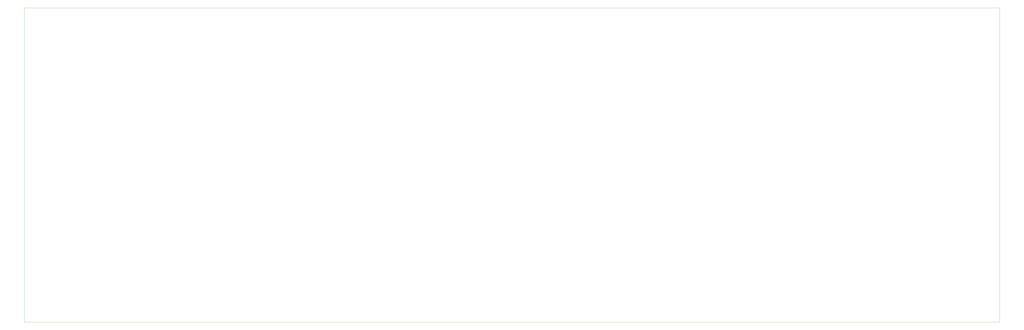
<source format=gbr>
%TF.GenerationSoftware,KiCad,Pcbnew,8.0.4*%
%TF.CreationDate,2024-12-24T01:10:10-06:00*%
%TF.ProjectId,openithm-new,6f70656e-6974-4686-9d2d-6e65772e6b69,rev?*%
%TF.SameCoordinates,Original*%
%TF.FileFunction,Profile,NP*%
%FSLAX46Y46*%
G04 Gerber Fmt 4.6, Leading zero omitted, Abs format (unit mm)*
G04 Created by KiCad (PCBNEW 8.0.4) date 2024-12-24 01:10:10*
%MOMM*%
%LPD*%
G01*
G04 APERTURE LIST*
%TA.AperFunction,Profile*%
%ADD10C,0.050000*%
%TD*%
G04 APERTURE END LIST*
D10*
X180500000Y-218539400D02*
X660500000Y-218539400D01*
X660500000Y-373539400D01*
X180500000Y-373539400D01*
X180500000Y-218539400D01*
M02*

</source>
